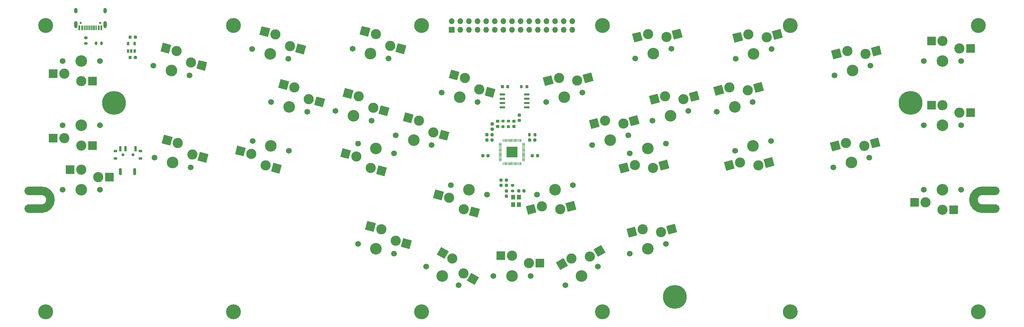
<source format=gbs>
%TF.GenerationSoftware,KiCad,Pcbnew,(5.1.10)-1*%
%TF.CreationDate,2022-02-26T14:39:07-08:00*%
%TF.ProjectId,keefighter,6b656566-6967-4687-9465-722e6b696361,rev?*%
%TF.SameCoordinates,Original*%
%TF.FileFunction,Soldermask,Bot*%
%TF.FilePolarity,Negative*%
%FSLAX46Y46*%
G04 Gerber Fmt 4.6, Leading zero omitted, Abs format (unit mm)*
G04 Created by KiCad (PCBNEW (5.1.10)-1) date 2022-02-26 14:39:07*
%MOMM*%
%LPD*%
G01*
G04 APERTURE LIST*
%ADD10C,2.501900*%
%ADD11C,7.001300*%
%ADD12C,7.000240*%
%ADD13C,1.000000*%
%ADD14C,4.400000*%
%ADD15R,0.600000X1.450000*%
%ADD16R,0.300000X1.450000*%
%ADD17C,0.650000*%
%ADD18O,1.000000X2.100000*%
%ADD19O,1.000000X1.600000*%
%ADD20R,1.700000X1.700000*%
%ADD21O,1.700000X1.700000*%
%ADD22C,0.100000*%
%ADD23C,3.000000*%
%ADD24C,3.429000*%
%ADD25C,1.701800*%
%ADD26R,2.600000X2.600000*%
%ADD27R,1.000000X0.800000*%
%ADD28R,0.700000X1.500000*%
%ADD29C,0.900000*%
%ADD30R,1.200000X1.400000*%
%ADD31R,0.650000X1.060000*%
G04 APERTURE END LIST*
D10*
X66517003Y-156267490D02*
X70317003Y-156267490D01*
X66517003Y-150965590D02*
X70317003Y-150965590D01*
X347717003Y-156267490D02*
X351567003Y-156267490D01*
X347717003Y-150965590D02*
X351517003Y-150965590D01*
X345066053Y-153616540D02*
G75*
G02*
X347717003Y-150965590I2650950J0D01*
G01*
X347717003Y-156267490D02*
G75*
G02*
X345066053Y-153616540I0J2650950D01*
G01*
X72967953Y-153616540D02*
G75*
G03*
X70317003Y-150965590I-2650950J0D01*
G01*
X70317003Y-156267490D02*
G75*
G03*
X72967953Y-153616540I0J2650950D01*
G01*
D11*
X91717003Y-125016540D03*
D12*
X257017003Y-182316540D03*
X326567003Y-125016540D03*
D13*
X91717003Y-122716540D03*
X89417003Y-125016540D03*
X94017003Y-125016540D03*
X91717003Y-127316540D03*
X90090657Y-123390194D03*
X93343349Y-123390194D03*
X90090657Y-126642886D03*
X93343349Y-126642886D03*
X326567003Y-122716540D03*
X326567003Y-127316540D03*
X327767003Y-127316540D03*
X325367003Y-127316540D03*
X325367003Y-122716540D03*
X327767003Y-122699540D03*
X257017003Y-180016540D03*
X257017003Y-184616540D03*
X258217003Y-180016540D03*
X255817003Y-180016540D03*
X255817003Y-184616540D03*
X258217003Y-184616540D03*
X72917003Y-153616540D03*
X70317003Y-151016540D03*
X70317003Y-156216540D03*
X72155481Y-151778062D03*
X72155481Y-155455018D03*
X68274968Y-151016540D03*
X68274968Y-156216540D03*
X345117003Y-153616540D03*
X345878525Y-151778062D03*
X347717003Y-151016540D03*
X349759038Y-151016540D03*
X349759038Y-156216540D03*
X347717003Y-156216540D03*
X345878525Y-155455018D03*
D14*
X346517237Y-186716430D03*
X291091534Y-186716431D03*
X235665831Y-186716431D03*
X182368175Y-186716430D03*
X126942325Y-186716430D03*
X71516476Y-186716430D03*
X71516510Y-102116490D03*
X126942343Y-102116303D03*
X182368175Y-102116115D03*
X235665898Y-102116115D03*
X291091450Y-102116403D03*
X346517003Y-102116691D03*
D15*
X87966904Y-102811690D03*
X81466904Y-102811690D03*
X87166904Y-102811690D03*
X82266904Y-102811690D03*
D16*
X82966904Y-102811690D03*
X86466904Y-102811690D03*
X83466904Y-102811690D03*
X85966904Y-102811690D03*
X83966904Y-102811690D03*
X85466904Y-102811690D03*
X84966904Y-102811690D03*
X84466904Y-102811690D03*
D17*
X87606904Y-101366690D03*
X81826904Y-101366690D03*
D18*
X80396904Y-101896690D03*
X89036904Y-101896690D03*
D19*
X80396904Y-97716690D03*
X89036904Y-97716690D03*
D20*
X191236854Y-103385684D03*
D21*
X191236854Y-100845684D03*
X193776854Y-103385684D03*
X193776854Y-100845684D03*
X196316854Y-103385684D03*
X196316854Y-100845684D03*
X198856854Y-103385684D03*
X198856854Y-100845684D03*
X201396854Y-103385684D03*
X201396854Y-100845684D03*
X203936854Y-103385684D03*
X203936854Y-100845684D03*
X206476854Y-103385684D03*
X206476854Y-100845684D03*
X209016854Y-103385684D03*
X209016854Y-100845684D03*
X211556854Y-103385684D03*
X211556854Y-100845684D03*
X214096854Y-103385684D03*
X214096854Y-100845684D03*
X216636854Y-103385684D03*
X216636854Y-100845684D03*
X219176854Y-103385684D03*
X219176854Y-100845684D03*
X221716854Y-103385684D03*
X221716854Y-100845684D03*
X224256854Y-103385684D03*
X224256854Y-100845684D03*
X226796854Y-103385684D03*
X226796854Y-100845684D03*
G36*
G01*
X93166904Y-146116690D02*
X93166904Y-144516690D01*
G75*
G02*
X93366904Y-144316690I200000J0D01*
G01*
X93766904Y-144316690D01*
G75*
G02*
X93966904Y-144516690I0J-200000D01*
G01*
X93966904Y-146116690D01*
G75*
G02*
X93766904Y-146316690I-200000J0D01*
G01*
X93366904Y-146316690D01*
G75*
G02*
X93166904Y-146116690I0J200000D01*
G01*
G37*
G36*
G01*
X97366904Y-146116690D02*
X97366904Y-144516690D01*
G75*
G02*
X97566904Y-144316690I200000J0D01*
G01*
X97966904Y-144316690D01*
G75*
G02*
X98166904Y-144516690I0J-200000D01*
G01*
X98166904Y-146116690D01*
G75*
G02*
X97966904Y-146316690I-200000J0D01*
G01*
X97566904Y-146316690D01*
G75*
G02*
X97366904Y-146116690I0J200000D01*
G01*
G37*
D22*
G36*
X213759847Y-158044684D02*
G01*
X213086918Y-155533277D01*
X215598325Y-154860348D01*
X216271254Y-157371755D01*
X213759847Y-158044684D01*
G37*
D23*
X223241524Y-156435826D03*
D24*
X221701551Y-150688567D03*
D23*
X217842493Y-155604884D03*
D22*
G36*
X225485692Y-157180361D02*
G01*
X224812763Y-154668954D01*
X227324170Y-153996025D01*
X227997099Y-156507432D01*
X225485692Y-157180361D01*
G37*
D25*
X227014143Y-149265062D03*
X216388959Y-152112072D03*
D22*
G36*
X282642892Y-118838134D02*
G01*
X283315821Y-121349541D01*
X280804414Y-122022470D01*
X280131485Y-119511063D01*
X282642892Y-118838134D01*
G37*
D23*
X273161215Y-120446992D03*
D24*
X274701188Y-126194251D03*
D23*
X278560246Y-121277934D03*
D22*
G36*
X270917047Y-119702457D02*
G01*
X271589976Y-122213864D01*
X269078569Y-122886793D01*
X268405640Y-120375386D01*
X270917047Y-119702457D01*
G37*
D25*
X269388596Y-127617756D03*
X280013780Y-124770746D03*
D22*
G36*
X263672663Y-121457917D02*
G01*
X264345592Y-123969324D01*
X261834185Y-124642253D01*
X261161256Y-122130846D01*
X263672663Y-121457917D01*
G37*
D23*
X254190986Y-123066775D03*
D24*
X255730959Y-128814034D03*
D23*
X259590017Y-123897717D03*
D22*
G36*
X251946818Y-122322240D02*
G01*
X252619747Y-124833647D01*
X250108340Y-125506576D01*
X249435411Y-122995169D01*
X251946818Y-122322240D01*
G37*
D25*
X250418367Y-130237539D03*
X261043551Y-127390529D03*
D22*
G36*
X245933612Y-128669512D02*
G01*
X246606541Y-131180919D01*
X244095134Y-131853848D01*
X243422205Y-129342441D01*
X245933612Y-128669512D01*
G37*
D23*
X236451935Y-130278370D03*
D24*
X237991908Y-136025629D03*
D23*
X241850966Y-131109312D03*
D22*
G36*
X234207767Y-129533835D02*
G01*
X234880696Y-132045242D01*
X232369289Y-132718171D01*
X231696360Y-130206764D01*
X234207767Y-129533835D01*
G37*
D25*
X232679316Y-137449134D03*
X243304500Y-134602124D03*
D22*
G36*
X190597874Y-133625896D02*
G01*
X189924945Y-136137303D01*
X187413538Y-135464374D01*
X188086467Y-132952967D01*
X190597874Y-133625896D01*
G37*
D23*
X181582071Y-130278370D03*
D24*
X180042098Y-136025629D03*
D23*
X185842299Y-133697502D03*
D22*
G36*
X180010832Y-128511499D02*
G01*
X179337903Y-131022906D01*
X176826496Y-130349977D01*
X177499425Y-127838570D01*
X180010832Y-128511499D01*
G37*
D25*
X174729506Y-134602124D03*
X185354690Y-137449134D03*
D22*
G36*
X172858823Y-126414301D02*
G01*
X172185894Y-128925708D01*
X169674487Y-128252779D01*
X170347416Y-125741372D01*
X172858823Y-126414301D01*
G37*
D23*
X163843020Y-123066775D03*
D24*
X162303047Y-128814034D03*
D23*
X168103248Y-126485907D03*
D22*
G36*
X162271781Y-121299904D02*
G01*
X161598852Y-123811311D01*
X159087445Y-123138382D01*
X159760374Y-120626975D01*
X162271781Y-121299904D01*
G37*
D25*
X156990455Y-127390529D03*
X167615639Y-130237539D03*
D22*
G36*
X153888594Y-123794518D02*
G01*
X153215665Y-126305925D01*
X150704258Y-125632996D01*
X151377187Y-123121589D01*
X153888594Y-123794518D01*
G37*
D23*
X144872791Y-120446992D03*
D24*
X143332818Y-126194251D03*
D23*
X149133019Y-123866124D03*
D22*
G36*
X143301552Y-118680121D02*
G01*
X142628623Y-121191528D01*
X140117216Y-120518599D01*
X140790145Y-118007192D01*
X143301552Y-118680121D01*
G37*
D25*
X138020226Y-124770746D03*
X148645410Y-127617756D03*
D26*
X327706469Y-154402224D03*
D23*
X335981469Y-156602224D03*
D24*
X335981469Y-150652224D03*
D23*
X330981469Y-154402224D03*
D26*
X339256469Y-156602224D03*
D25*
X341481469Y-150652224D03*
X330481469Y-150652224D03*
D22*
G36*
X257037427Y-160721853D02*
G01*
X257710356Y-163233260D01*
X255198949Y-163906189D01*
X254526020Y-161394782D01*
X257037427Y-160721853D01*
G37*
D23*
X247555750Y-162330711D03*
D24*
X249095723Y-168077970D03*
D23*
X252954781Y-163161653D03*
D22*
G36*
X245311582Y-161586176D02*
G01*
X245984511Y-164097583D01*
X243473104Y-164770512D01*
X242800175Y-162259105D01*
X245311582Y-161586176D01*
G37*
D25*
X243783131Y-169501475D03*
X254408315Y-166654465D03*
D22*
G36*
X235315558Y-166960284D02*
G01*
X236615558Y-169211950D01*
X234363892Y-170511950D01*
X233063892Y-168260284D01*
X235315558Y-166960284D01*
G37*
D23*
X226573365Y-170968361D03*
D24*
X229548365Y-176121212D03*
D23*
X232003492Y-170373617D03*
D22*
G36*
X224212965Y-170830028D02*
G01*
X225512965Y-173081694D01*
X223261299Y-174381694D01*
X221961299Y-172130028D01*
X224212965Y-170830028D01*
G37*
D25*
X224785225Y-178871212D03*
X234311505Y-173371212D03*
D26*
X217291703Y-172371651D03*
D23*
X209016703Y-170171651D03*
D24*
X209016703Y-176121651D03*
D23*
X214016703Y-172371651D03*
D26*
X205741703Y-170171651D03*
D25*
X203516703Y-176121651D03*
X214516703Y-176121651D03*
D22*
G36*
X199302234Y-176535430D02*
G01*
X198002234Y-178787096D01*
X195750568Y-177487096D01*
X197050568Y-175235430D01*
X199302234Y-176535430D01*
G37*
D23*
X191460041Y-170968507D03*
D24*
X188485041Y-176121358D03*
D23*
X194690168Y-175373763D03*
D22*
G36*
X190399641Y-168855174D02*
G01*
X189099641Y-171106840D01*
X186847975Y-169806840D01*
X188147975Y-167555174D01*
X190399641Y-168855174D01*
G37*
D25*
X183721901Y-173371358D03*
X193248181Y-178871358D03*
D22*
G36*
X179494059Y-165678237D02*
G01*
X178821130Y-168189644D01*
X176309723Y-167516715D01*
X176982652Y-165005308D01*
X179494059Y-165678237D01*
G37*
D23*
X170478256Y-162330711D03*
D24*
X168938283Y-168077970D03*
D23*
X174738484Y-165749843D03*
D22*
G36*
X168907017Y-160563840D02*
G01*
X168234088Y-163075247D01*
X165722681Y-162402318D01*
X166395610Y-159890911D01*
X168907017Y-160563840D01*
G37*
D25*
X163625691Y-166654465D03*
X174250875Y-169501475D03*
D26*
X90327044Y-146902024D03*
D23*
X82052044Y-144702024D03*
D24*
X82052044Y-150652024D03*
D23*
X87052044Y-146902024D03*
D26*
X78777044Y-144702024D03*
D25*
X76552044Y-150652024D03*
X87552044Y-150652024D03*
D26*
X344256469Y-127902224D03*
D23*
X335981469Y-125702224D03*
D24*
X335981469Y-131652224D03*
D23*
X340981469Y-127902224D03*
D26*
X332706469Y-125702224D03*
D25*
X330481469Y-131652224D03*
X341481469Y-131652224D03*
D22*
G36*
X317012780Y-135242588D02*
G01*
X317685709Y-137753995D01*
X315174302Y-138426924D01*
X314501373Y-135915517D01*
X317012780Y-135242588D01*
G37*
D23*
X307531103Y-136851446D03*
D24*
X309071076Y-142598705D03*
D23*
X312930134Y-137682388D03*
D22*
G36*
X305286935Y-136106911D02*
G01*
X305959864Y-138618318D01*
X303448457Y-139291247D01*
X302775528Y-136779840D01*
X305286935Y-136106911D01*
G37*
D25*
X303758484Y-144022210D03*
X314383668Y-141175200D03*
D22*
G36*
X272157714Y-145080007D02*
G01*
X271484785Y-142568600D01*
X273996192Y-141895671D01*
X274669121Y-144407078D01*
X272157714Y-145080007D01*
G37*
D23*
X281639391Y-143471149D03*
D24*
X280099418Y-137723890D03*
D23*
X276240360Y-142640207D03*
D22*
G36*
X283883559Y-144215684D02*
G01*
X283210630Y-141704277D01*
X285722037Y-141031348D01*
X286394966Y-143542755D01*
X283883559Y-144215684D01*
G37*
D25*
X285412010Y-136300385D03*
X274786826Y-139147395D03*
D22*
G36*
X241157769Y-145839226D02*
G01*
X240484840Y-143327819D01*
X242996247Y-142654890D01*
X243669176Y-145166297D01*
X241157769Y-145839226D01*
G37*
D23*
X250639446Y-144230368D03*
D24*
X249099473Y-138483109D03*
D23*
X245240415Y-143399426D03*
D22*
G36*
X252883614Y-144974903D02*
G01*
X252210685Y-142463496D01*
X254722092Y-141790567D01*
X255395021Y-144301974D01*
X252883614Y-144974903D01*
G37*
D25*
X254412065Y-137059604D03*
X243786881Y-139906614D03*
D22*
G36*
X185776679Y-153088300D02*
G01*
X186449608Y-150576893D01*
X188961015Y-151249822D01*
X188288086Y-153761229D01*
X185776679Y-153088300D01*
G37*
D23*
X194792482Y-156435826D03*
D24*
X196332455Y-150688567D03*
D23*
X190532254Y-153016694D03*
D22*
G36*
X196363721Y-158202697D02*
G01*
X197036650Y-155691290D01*
X199548057Y-156364219D01*
X198875128Y-158875626D01*
X196363721Y-158202697D01*
G37*
D25*
X201645047Y-152112072D03*
X191019863Y-149265062D03*
D22*
G36*
X158378757Y-140882842D02*
G01*
X159051686Y-138371435D01*
X161563093Y-139044364D01*
X160890164Y-141555771D01*
X158378757Y-140882842D01*
G37*
D23*
X167394560Y-144230368D03*
D24*
X168934533Y-138483109D03*
D23*
X163134332Y-140811236D03*
D22*
G36*
X168965799Y-145997239D02*
G01*
X169638728Y-143485832D01*
X172150135Y-144158761D01*
X171477206Y-146670168D01*
X168965799Y-145997239D01*
G37*
D25*
X174247125Y-139906614D03*
X163621941Y-137059604D03*
D22*
G36*
X127378812Y-140123623D02*
G01*
X128051741Y-137612216D01*
X130563148Y-138285145D01*
X129890219Y-140796552D01*
X127378812Y-140123623D01*
G37*
D23*
X136394615Y-143471149D03*
D24*
X137934588Y-137723890D03*
D23*
X132134387Y-140052017D03*
D22*
G36*
X137965854Y-145238020D02*
G01*
X138638783Y-142726613D01*
X141150190Y-143399542D01*
X140477261Y-145910949D01*
X137965854Y-145238020D01*
G37*
D25*
X143247180Y-139147395D03*
X132621996Y-136300385D03*
D22*
G36*
X119518706Y-140198972D02*
G01*
X118845777Y-142710379D01*
X116334370Y-142037450D01*
X117007299Y-139526043D01*
X119518706Y-140198972D01*
G37*
D23*
X110502903Y-136851446D03*
D24*
X108962930Y-142598705D03*
D23*
X114763131Y-140270578D03*
D22*
G36*
X108931664Y-135084575D02*
G01*
X108258735Y-137595982D01*
X105747328Y-136923053D01*
X106420257Y-134411646D01*
X108931664Y-135084575D01*
G37*
D25*
X103650338Y-141175200D03*
X114275522Y-144022210D03*
D26*
X73777044Y-135402024D03*
D23*
X82052044Y-137602024D03*
D24*
X82052044Y-131652024D03*
D23*
X77052044Y-135402024D03*
D26*
X85327044Y-137602024D03*
D25*
X87552044Y-131652024D03*
X76552044Y-131652024D03*
D26*
X344256469Y-108902224D03*
D23*
X335981469Y-106702224D03*
D24*
X335981469Y-112652224D03*
D23*
X340981469Y-108902224D03*
D26*
X332706469Y-106702224D03*
D25*
X330481469Y-112652224D03*
X341481469Y-112652224D03*
D22*
G36*
X317371769Y-108069026D02*
G01*
X318044698Y-110580433D01*
X315533291Y-111253362D01*
X314860362Y-108741955D01*
X317371769Y-108069026D01*
G37*
D23*
X307890092Y-109677884D03*
D24*
X309430065Y-115425143D03*
D23*
X313289123Y-110508826D03*
D22*
G36*
X305645924Y-108933349D02*
G01*
X306318853Y-111444756D01*
X303807446Y-112117685D01*
X303134517Y-109606278D01*
X305645924Y-108933349D01*
G37*
D25*
X304117473Y-116848648D03*
X314742657Y-114001638D03*
D22*
G36*
X288210459Y-103192313D02*
G01*
X288883388Y-105703720D01*
X286371981Y-106376649D01*
X285699052Y-103865242D01*
X288210459Y-103192313D01*
G37*
D23*
X278728782Y-104801171D03*
D24*
X280268755Y-110548430D03*
D23*
X284127813Y-105632113D03*
D22*
G36*
X276484614Y-104056636D02*
G01*
X277157543Y-106568043D01*
X274646136Y-107240972D01*
X273973207Y-104729565D01*
X276484614Y-104056636D01*
G37*
D25*
X274956163Y-111971935D03*
X285581347Y-109124925D03*
D22*
G36*
X258648273Y-103105806D02*
G01*
X259321202Y-105617213D01*
X256809795Y-106290142D01*
X256136866Y-103778735D01*
X258648273Y-103105806D01*
G37*
D23*
X249166596Y-104714664D03*
D24*
X250706569Y-110461923D03*
D23*
X254565627Y-105545606D03*
D22*
G36*
X246922428Y-103970129D02*
G01*
X247595357Y-106481536D01*
X245083950Y-107154465D01*
X244411021Y-104643058D01*
X246922428Y-103970129D01*
G37*
D25*
X245393977Y-111885428D03*
X256019161Y-109038418D03*
D22*
G36*
X232370481Y-115997004D02*
G01*
X233043410Y-118508411D01*
X230532003Y-119181340D01*
X229859074Y-116669933D01*
X232370481Y-115997004D01*
G37*
D23*
X222888804Y-117605862D03*
D24*
X224428777Y-123353121D03*
D23*
X228287835Y-118436804D03*
D22*
G36*
X220644636Y-116861327D02*
G01*
X221317565Y-119372734D01*
X218806158Y-120045663D01*
X218133229Y-117534256D01*
X220644636Y-116861327D01*
G37*
D25*
X219116185Y-124776626D03*
X229741369Y-121929616D03*
D22*
G36*
X204161005Y-120953388D02*
G01*
X203488076Y-123464795D01*
X200976669Y-122791866D01*
X201649598Y-120280459D01*
X204161005Y-120953388D01*
G37*
D23*
X195145202Y-117605862D03*
D24*
X193605229Y-123353121D03*
D23*
X199405430Y-121024994D03*
D22*
G36*
X193573963Y-115838991D02*
G01*
X192901034Y-118350398D01*
X190389627Y-117677469D01*
X191062556Y-115166062D01*
X193573963Y-115838991D01*
G37*
D25*
X188292637Y-121929616D03*
X198917821Y-124776626D03*
D22*
G36*
X177883213Y-108062190D02*
G01*
X177210284Y-110573597D01*
X174698877Y-109900668D01*
X175371806Y-107389261D01*
X177883213Y-108062190D01*
G37*
D23*
X168867410Y-104714664D03*
D24*
X167327437Y-110461923D03*
D23*
X173127638Y-108133796D03*
D22*
G36*
X167296171Y-102947793D02*
G01*
X166623242Y-105459200D01*
X164111835Y-104786271D01*
X164784764Y-102274864D01*
X167296171Y-102947793D01*
G37*
D25*
X162014845Y-109038418D03*
X172640029Y-111885428D03*
D22*
G36*
X148321027Y-108148697D02*
G01*
X147648098Y-110660104D01*
X145136691Y-109987175D01*
X145809620Y-107475768D01*
X148321027Y-108148697D01*
G37*
D23*
X139305224Y-104801171D03*
D24*
X137765251Y-110548430D03*
D23*
X143565452Y-108220303D03*
D22*
G36*
X137733985Y-103034300D02*
G01*
X137061056Y-105545707D01*
X134549649Y-104872778D01*
X135222578Y-102361371D01*
X137733985Y-103034300D01*
G37*
D25*
X132452659Y-109124925D03*
X143077843Y-111971935D03*
D22*
G36*
X119159717Y-113025410D02*
G01*
X118486788Y-115536817D01*
X115975381Y-114863888D01*
X116648310Y-112352481D01*
X119159717Y-113025410D01*
G37*
D23*
X110143914Y-109677884D03*
D24*
X108603941Y-115425143D03*
D23*
X114404142Y-113097016D03*
D22*
G36*
X108572675Y-107911013D02*
G01*
X107899746Y-110422420D01*
X105388339Y-109749491D01*
X106061268Y-107238084D01*
X108572675Y-107911013D01*
G37*
D25*
X103291349Y-114001638D03*
X113916533Y-116848648D03*
D26*
X73777044Y-116402024D03*
D23*
X82052044Y-118602024D03*
D24*
X82052044Y-112652024D03*
D23*
X77052044Y-116402024D03*
D26*
X85327044Y-118602024D03*
D25*
X87552044Y-112652024D03*
X76552044Y-112652024D03*
G36*
G01*
X83125000Y-107025000D02*
X83675000Y-107025000D01*
G75*
G02*
X83875000Y-107225000I0J-200000D01*
G01*
X83875000Y-107625000D01*
G75*
G02*
X83675000Y-107825000I-200000J0D01*
G01*
X83125000Y-107825000D01*
G75*
G02*
X82925000Y-107625000I0J200000D01*
G01*
X82925000Y-107225000D01*
G75*
G02*
X83125000Y-107025000I200000J0D01*
G01*
G37*
G36*
G01*
X83125000Y-105375000D02*
X83675000Y-105375000D01*
G75*
G02*
X83875000Y-105575000I0J-200000D01*
G01*
X83875000Y-105975000D01*
G75*
G02*
X83675000Y-106175000I-200000J0D01*
G01*
X83125000Y-106175000D01*
G75*
G02*
X82925000Y-105975000I0J200000D01*
G01*
X82925000Y-105575000D01*
G75*
G02*
X83125000Y-105375000I200000J0D01*
G01*
G37*
G36*
G01*
X87625000Y-107675000D02*
X87625000Y-107125000D01*
G75*
G02*
X87825000Y-106925000I200000J0D01*
G01*
X88225000Y-106925000D01*
G75*
G02*
X88425000Y-107125000I0J-200000D01*
G01*
X88425000Y-107675000D01*
G75*
G02*
X88225000Y-107875000I-200000J0D01*
G01*
X87825000Y-107875000D01*
G75*
G02*
X87625000Y-107675000I0J200000D01*
G01*
G37*
G36*
G01*
X85975000Y-107675000D02*
X85975000Y-107125000D01*
G75*
G02*
X86175000Y-106925000I200000J0D01*
G01*
X86575000Y-106925000D01*
G75*
G02*
X86775000Y-107125000I0J-200000D01*
G01*
X86775000Y-107675000D01*
G75*
G02*
X86575000Y-107875000I-200000J0D01*
G01*
X86175000Y-107875000D01*
G75*
G02*
X85975000Y-107675000I0J200000D01*
G01*
G37*
G36*
G01*
X209475000Y-149775000D02*
X208925000Y-149775000D01*
G75*
G02*
X208725000Y-149575000I0J200000D01*
G01*
X208725000Y-149175000D01*
G75*
G02*
X208925000Y-148975000I200000J0D01*
G01*
X209475000Y-148975000D01*
G75*
G02*
X209675000Y-149175000I0J-200000D01*
G01*
X209675000Y-149575000D01*
G75*
G02*
X209475000Y-149775000I-200000J0D01*
G01*
G37*
G36*
G01*
X209475000Y-151425000D02*
X208925000Y-151425000D01*
G75*
G02*
X208725000Y-151225000I0J200000D01*
G01*
X208725000Y-150825000D01*
G75*
G02*
X208925000Y-150625000I200000J0D01*
G01*
X209475000Y-150625000D01*
G75*
G02*
X209675000Y-150825000I0J-200000D01*
G01*
X209675000Y-151225000D01*
G75*
G02*
X209475000Y-151425000I-200000J0D01*
G01*
G37*
G36*
G01*
X206125000Y-131625000D02*
X206675000Y-131625000D01*
G75*
G02*
X206875000Y-131825000I0J-200000D01*
G01*
X206875000Y-132225000D01*
G75*
G02*
X206675000Y-132425000I-200000J0D01*
G01*
X206125000Y-132425000D01*
G75*
G02*
X205925000Y-132225000I0J200000D01*
G01*
X205925000Y-131825000D01*
G75*
G02*
X206125000Y-131625000I200000J0D01*
G01*
G37*
G36*
G01*
X206125000Y-129975000D02*
X206675000Y-129975000D01*
G75*
G02*
X206875000Y-130175000I0J-200000D01*
G01*
X206875000Y-130575000D01*
G75*
G02*
X206675000Y-130775000I-200000J0D01*
G01*
X206125000Y-130775000D01*
G75*
G02*
X205925000Y-130575000I0J200000D01*
G01*
X205925000Y-130175000D01*
G75*
G02*
X206125000Y-129975000I200000J0D01*
G01*
G37*
G36*
G01*
X207725000Y-131625000D02*
X208275000Y-131625000D01*
G75*
G02*
X208475000Y-131825000I0J-200000D01*
G01*
X208475000Y-132225000D01*
G75*
G02*
X208275000Y-132425000I-200000J0D01*
G01*
X207725000Y-132425000D01*
G75*
G02*
X207525000Y-132225000I0J200000D01*
G01*
X207525000Y-131825000D01*
G75*
G02*
X207725000Y-131625000I200000J0D01*
G01*
G37*
G36*
G01*
X207725000Y-129975000D02*
X208275000Y-129975000D01*
G75*
G02*
X208475000Y-130175000I0J-200000D01*
G01*
X208475000Y-130575000D01*
G75*
G02*
X208275000Y-130775000I-200000J0D01*
G01*
X207725000Y-130775000D01*
G75*
G02*
X207525000Y-130575000I0J200000D01*
G01*
X207525000Y-130175000D01*
G75*
G02*
X207725000Y-129975000I200000J0D01*
G01*
G37*
G36*
G01*
X213025000Y-120475000D02*
X213025000Y-119925000D01*
G75*
G02*
X213225000Y-119725000I200000J0D01*
G01*
X213625000Y-119725000D01*
G75*
G02*
X213825000Y-119925000I0J-200000D01*
G01*
X213825000Y-120475000D01*
G75*
G02*
X213625000Y-120675000I-200000J0D01*
G01*
X213225000Y-120675000D01*
G75*
G02*
X213025000Y-120475000I0J200000D01*
G01*
G37*
G36*
G01*
X211375000Y-120475000D02*
X211375000Y-119925000D01*
G75*
G02*
X211575000Y-119725000I200000J0D01*
G01*
X211975000Y-119725000D01*
G75*
G02*
X212175000Y-119925000I0J-200000D01*
G01*
X212175000Y-120475000D01*
G75*
G02*
X211975000Y-120675000I-200000J0D01*
G01*
X211575000Y-120675000D01*
G75*
G02*
X211375000Y-120475000I0J200000D01*
G01*
G37*
G36*
G01*
X215425000Y-134675000D02*
X215425000Y-134125000D01*
G75*
G02*
X215625000Y-133925000I200000J0D01*
G01*
X216025000Y-133925000D01*
G75*
G02*
X216225000Y-134125000I0J-200000D01*
G01*
X216225000Y-134675000D01*
G75*
G02*
X216025000Y-134875000I-200000J0D01*
G01*
X215625000Y-134875000D01*
G75*
G02*
X215425000Y-134675000I0J200000D01*
G01*
G37*
G36*
G01*
X213775000Y-134675000D02*
X213775000Y-134125000D01*
G75*
G02*
X213975000Y-133925000I200000J0D01*
G01*
X214375000Y-133925000D01*
G75*
G02*
X214575000Y-134125000I0J-200000D01*
G01*
X214575000Y-134675000D01*
G75*
G02*
X214375000Y-134875000I-200000J0D01*
G01*
X213975000Y-134875000D01*
G75*
G02*
X213775000Y-134675000I0J200000D01*
G01*
G37*
G36*
G01*
X202075000Y-134150000D02*
X202075000Y-134650000D01*
G75*
G02*
X201850000Y-134875000I-225000J0D01*
G01*
X201400000Y-134875000D01*
G75*
G02*
X201175000Y-134650000I0J225000D01*
G01*
X201175000Y-134150000D01*
G75*
G02*
X201400000Y-133925000I225000J0D01*
G01*
X201850000Y-133925000D01*
G75*
G02*
X202075000Y-134150000I0J-225000D01*
G01*
G37*
G36*
G01*
X203625000Y-134150000D02*
X203625000Y-134650000D01*
G75*
G02*
X203400000Y-134875000I-225000J0D01*
G01*
X202950000Y-134875000D01*
G75*
G02*
X202725000Y-134650000I0J225000D01*
G01*
X202725000Y-134150000D01*
G75*
G02*
X202950000Y-133925000I225000J0D01*
G01*
X203400000Y-133925000D01*
G75*
G02*
X203625000Y-134150000I0J-225000D01*
G01*
G37*
G36*
G01*
X202075000Y-135750000D02*
X202075000Y-136250000D01*
G75*
G02*
X201850000Y-136475000I-225000J0D01*
G01*
X201400000Y-136475000D01*
G75*
G02*
X201175000Y-136250000I0J225000D01*
G01*
X201175000Y-135750000D01*
G75*
G02*
X201400000Y-135525000I225000J0D01*
G01*
X201850000Y-135525000D01*
G75*
G02*
X202075000Y-135750000I0J-225000D01*
G01*
G37*
G36*
G01*
X203625000Y-135750000D02*
X203625000Y-136250000D01*
G75*
G02*
X203400000Y-136475000I-225000J0D01*
G01*
X202950000Y-136475000D01*
G75*
G02*
X202725000Y-136250000I0J225000D01*
G01*
X202725000Y-135750000D01*
G75*
G02*
X202950000Y-135525000I225000J0D01*
G01*
X203400000Y-135525000D01*
G75*
G02*
X203625000Y-135750000I0J-225000D01*
G01*
G37*
G36*
G01*
X207150000Y-148925000D02*
X207650000Y-148925000D01*
G75*
G02*
X207875000Y-149150000I0J-225000D01*
G01*
X207875000Y-149600000D01*
G75*
G02*
X207650000Y-149825000I-225000J0D01*
G01*
X207150000Y-149825000D01*
G75*
G02*
X206925000Y-149600000I0J225000D01*
G01*
X206925000Y-149150000D01*
G75*
G02*
X207150000Y-148925000I225000J0D01*
G01*
G37*
G36*
G01*
X207150000Y-147375000D02*
X207650000Y-147375000D01*
G75*
G02*
X207875000Y-147600000I0J-225000D01*
G01*
X207875000Y-148050000D01*
G75*
G02*
X207650000Y-148275000I-225000J0D01*
G01*
X207150000Y-148275000D01*
G75*
G02*
X206925000Y-148050000I0J225000D01*
G01*
X206925000Y-147600000D01*
G75*
G02*
X207150000Y-147375000I225000J0D01*
G01*
G37*
G36*
G01*
X216125000Y-140850000D02*
X216125000Y-140350000D01*
G75*
G02*
X216350000Y-140125000I225000J0D01*
G01*
X216800000Y-140125000D01*
G75*
G02*
X217025000Y-140350000I0J-225000D01*
G01*
X217025000Y-140850000D01*
G75*
G02*
X216800000Y-141075000I-225000J0D01*
G01*
X216350000Y-141075000D01*
G75*
G02*
X216125000Y-140850000I0J225000D01*
G01*
G37*
G36*
G01*
X214575000Y-140850000D02*
X214575000Y-140350000D01*
G75*
G02*
X214800000Y-140125000I225000J0D01*
G01*
X215250000Y-140125000D01*
G75*
G02*
X215475000Y-140350000I0J-225000D01*
G01*
X215475000Y-140850000D01*
G75*
G02*
X215250000Y-141075000I-225000J0D01*
G01*
X214800000Y-141075000D01*
G75*
G02*
X214575000Y-140850000I0J225000D01*
G01*
G37*
G36*
G01*
X200875000Y-140350000D02*
X200875000Y-140850000D01*
G75*
G02*
X200650000Y-141075000I-225000J0D01*
G01*
X200200000Y-141075000D01*
G75*
G02*
X199975000Y-140850000I0J225000D01*
G01*
X199975000Y-140350000D01*
G75*
G02*
X200200000Y-140125000I225000J0D01*
G01*
X200650000Y-140125000D01*
G75*
G02*
X200875000Y-140350000I0J-225000D01*
G01*
G37*
G36*
G01*
X202425000Y-140350000D02*
X202425000Y-140850000D01*
G75*
G02*
X202200000Y-141075000I-225000J0D01*
G01*
X201750000Y-141075000D01*
G75*
G02*
X201525000Y-140850000I0J225000D01*
G01*
X201525000Y-140350000D01*
G75*
G02*
X201750000Y-140125000I225000J0D01*
G01*
X202200000Y-140125000D01*
G75*
G02*
X202425000Y-140350000I0J-225000D01*
G01*
G37*
G36*
G01*
X215325000Y-136250000D02*
X215325000Y-135750000D01*
G75*
G02*
X215550000Y-135525000I225000J0D01*
G01*
X216000000Y-135525000D01*
G75*
G02*
X216225000Y-135750000I0J-225000D01*
G01*
X216225000Y-136250000D01*
G75*
G02*
X216000000Y-136475000I-225000J0D01*
G01*
X215550000Y-136475000D01*
G75*
G02*
X215325000Y-136250000I0J225000D01*
G01*
G37*
G36*
G01*
X213775000Y-136250000D02*
X213775000Y-135750000D01*
G75*
G02*
X214000000Y-135525000I225000J0D01*
G01*
X214450000Y-135525000D01*
G75*
G02*
X214675000Y-135750000I0J-225000D01*
G01*
X214675000Y-136250000D01*
G75*
G02*
X214450000Y-136475000I-225000J0D01*
G01*
X214000000Y-136475000D01*
G75*
G02*
X213775000Y-136250000I0J225000D01*
G01*
G37*
G36*
G01*
X203450000Y-131675000D02*
X202950000Y-131675000D01*
G75*
G02*
X202725000Y-131450000I0J225000D01*
G01*
X202725000Y-131000000D01*
G75*
G02*
X202950000Y-130775000I225000J0D01*
G01*
X203450000Y-130775000D01*
G75*
G02*
X203675000Y-131000000I0J-225000D01*
G01*
X203675000Y-131450000D01*
G75*
G02*
X203450000Y-131675000I-225000J0D01*
G01*
G37*
G36*
G01*
X203450000Y-133225000D02*
X202950000Y-133225000D01*
G75*
G02*
X202725000Y-133000000I0J225000D01*
G01*
X202725000Y-132550000D01*
G75*
G02*
X202950000Y-132325000I225000J0D01*
G01*
X203450000Y-132325000D01*
G75*
G02*
X203675000Y-132550000I0J-225000D01*
G01*
X203675000Y-133000000D01*
G75*
G02*
X203450000Y-133225000I-225000J0D01*
G01*
G37*
G36*
G01*
X209850000Y-130875000D02*
X209350000Y-130875000D01*
G75*
G02*
X209125000Y-130650000I0J225000D01*
G01*
X209125000Y-130200000D01*
G75*
G02*
X209350000Y-129975000I225000J0D01*
G01*
X209850000Y-129975000D01*
G75*
G02*
X210075000Y-130200000I0J-225000D01*
G01*
X210075000Y-130650000D01*
G75*
G02*
X209850000Y-130875000I-225000J0D01*
G01*
G37*
G36*
G01*
X209850000Y-132425000D02*
X209350000Y-132425000D01*
G75*
G02*
X209125000Y-132200000I0J225000D01*
G01*
X209125000Y-131750000D01*
G75*
G02*
X209350000Y-131525000I225000J0D01*
G01*
X209850000Y-131525000D01*
G75*
G02*
X210075000Y-131750000I0J-225000D01*
G01*
X210075000Y-132200000D01*
G75*
G02*
X209850000Y-132425000I-225000J0D01*
G01*
G37*
G36*
G01*
X205050000Y-130875000D02*
X204550000Y-130875000D01*
G75*
G02*
X204325000Y-130650000I0J225000D01*
G01*
X204325000Y-130200000D01*
G75*
G02*
X204550000Y-129975000I225000J0D01*
G01*
X205050000Y-129975000D01*
G75*
G02*
X205275000Y-130200000I0J-225000D01*
G01*
X205275000Y-130650000D01*
G75*
G02*
X205050000Y-130875000I-225000J0D01*
G01*
G37*
G36*
G01*
X205050000Y-132425000D02*
X204550000Y-132425000D01*
G75*
G02*
X204325000Y-132200000I0J225000D01*
G01*
X204325000Y-131750000D01*
G75*
G02*
X204550000Y-131525000I225000J0D01*
G01*
X205050000Y-131525000D01*
G75*
G02*
X205275000Y-131750000I0J-225000D01*
G01*
X205275000Y-132200000D01*
G75*
G02*
X205050000Y-132425000I-225000J0D01*
G01*
G37*
G36*
G01*
X205550000Y-148925000D02*
X206050000Y-148925000D01*
G75*
G02*
X206275000Y-149150000I0J-225000D01*
G01*
X206275000Y-149600000D01*
G75*
G02*
X206050000Y-149825000I-225000J0D01*
G01*
X205550000Y-149825000D01*
G75*
G02*
X205325000Y-149600000I0J225000D01*
G01*
X205325000Y-149150000D01*
G75*
G02*
X205550000Y-148925000I225000J0D01*
G01*
G37*
G36*
G01*
X205550000Y-147375000D02*
X206050000Y-147375000D01*
G75*
G02*
X206275000Y-147600000I0J-225000D01*
G01*
X206275000Y-148050000D01*
G75*
G02*
X206050000Y-148275000I-225000J0D01*
G01*
X205550000Y-148275000D01*
G75*
G02*
X205325000Y-148050000I0J225000D01*
G01*
X205325000Y-147600000D01*
G75*
G02*
X205550000Y-147375000I225000J0D01*
G01*
G37*
G36*
G01*
X211450000Y-129075000D02*
X210950000Y-129075000D01*
G75*
G02*
X210725000Y-128850000I0J225000D01*
G01*
X210725000Y-128400000D01*
G75*
G02*
X210950000Y-128175000I225000J0D01*
G01*
X211450000Y-128175000D01*
G75*
G02*
X211675000Y-128400000I0J-225000D01*
G01*
X211675000Y-128850000D01*
G75*
G02*
X211450000Y-129075000I-225000J0D01*
G01*
G37*
G36*
G01*
X211450000Y-130625000D02*
X210950000Y-130625000D01*
G75*
G02*
X210725000Y-130400000I0J225000D01*
G01*
X210725000Y-129950000D01*
G75*
G02*
X210950000Y-129725000I225000J0D01*
G01*
X211450000Y-129725000D01*
G75*
G02*
X211675000Y-129950000I0J-225000D01*
G01*
X211675000Y-130400000D01*
G75*
G02*
X211450000Y-130625000I-225000J0D01*
G01*
G37*
G36*
G01*
X207325000Y-120450000D02*
X207325000Y-119950000D01*
G75*
G02*
X207550000Y-119725000I225000J0D01*
G01*
X208000000Y-119725000D01*
G75*
G02*
X208225000Y-119950000I0J-225000D01*
G01*
X208225000Y-120450000D01*
G75*
G02*
X208000000Y-120675000I-225000J0D01*
G01*
X207550000Y-120675000D01*
G75*
G02*
X207325000Y-120450000I0J225000D01*
G01*
G37*
G36*
G01*
X205775000Y-120450000D02*
X205775000Y-119950000D01*
G75*
G02*
X206000000Y-119725000I225000J0D01*
G01*
X206450000Y-119725000D01*
G75*
G02*
X206675000Y-119950000I0J-225000D01*
G01*
X206675000Y-120450000D01*
G75*
G02*
X206450000Y-120675000I-225000J0D01*
G01*
X206000000Y-120675000D01*
G75*
G02*
X205775000Y-120450000I0J225000D01*
G01*
G37*
G36*
G01*
X96875000Y-105350000D02*
X96875000Y-105850000D01*
G75*
G02*
X96650000Y-106075000I-225000J0D01*
G01*
X96200000Y-106075000D01*
G75*
G02*
X95975000Y-105850000I0J225000D01*
G01*
X95975000Y-105350000D01*
G75*
G02*
X96200000Y-105125000I225000J0D01*
G01*
X96650000Y-105125000D01*
G75*
G02*
X96875000Y-105350000I0J-225000D01*
G01*
G37*
G36*
G01*
X98425000Y-105350000D02*
X98425000Y-105850000D01*
G75*
G02*
X98200000Y-106075000I-225000J0D01*
G01*
X97750000Y-106075000D01*
G75*
G02*
X97525000Y-105850000I0J225000D01*
G01*
X97525000Y-105350000D01*
G75*
G02*
X97750000Y-105125000I225000J0D01*
G01*
X98200000Y-105125000D01*
G75*
G02*
X98425000Y-105350000I0J-225000D01*
G01*
G37*
G36*
G01*
X207150000Y-152125000D02*
X207650000Y-152125000D01*
G75*
G02*
X207875000Y-152350000I0J-225000D01*
G01*
X207875000Y-152800000D01*
G75*
G02*
X207650000Y-153025000I-225000J0D01*
G01*
X207150000Y-153025000D01*
G75*
G02*
X206925000Y-152800000I0J225000D01*
G01*
X206925000Y-152350000D01*
G75*
G02*
X207150000Y-152125000I225000J0D01*
G01*
G37*
G36*
G01*
X207150000Y-150575000D02*
X207650000Y-150575000D01*
G75*
G02*
X207875000Y-150800000I0J-225000D01*
G01*
X207875000Y-151250000D01*
G75*
G02*
X207650000Y-151475000I-225000J0D01*
G01*
X207150000Y-151475000D01*
G75*
G02*
X206925000Y-151250000I0J225000D01*
G01*
X206925000Y-150800000D01*
G75*
G02*
X207150000Y-150575000I225000J0D01*
G01*
G37*
G36*
G01*
X211475000Y-150750000D02*
X211475000Y-151250000D01*
G75*
G02*
X211250000Y-151475000I-225000J0D01*
G01*
X210800000Y-151475000D01*
G75*
G02*
X210575000Y-151250000I0J225000D01*
G01*
X210575000Y-150750000D01*
G75*
G02*
X210800000Y-150525000I225000J0D01*
G01*
X211250000Y-150525000D01*
G75*
G02*
X211475000Y-150750000I0J-225000D01*
G01*
G37*
G36*
G01*
X213025000Y-150750000D02*
X213025000Y-151250000D01*
G75*
G02*
X212800000Y-151475000I-225000J0D01*
G01*
X212350000Y-151475000D01*
G75*
G02*
X212125000Y-151250000I0J225000D01*
G01*
X212125000Y-150750000D01*
G75*
G02*
X212350000Y-150525000I225000J0D01*
G01*
X212800000Y-150525000D01*
G75*
G02*
X213025000Y-150750000I0J-225000D01*
G01*
G37*
G36*
G01*
X96875000Y-111350000D02*
X96875000Y-111850000D01*
G75*
G02*
X96650000Y-112075000I-225000J0D01*
G01*
X96200000Y-112075000D01*
G75*
G02*
X95975000Y-111850000I0J225000D01*
G01*
X95975000Y-111350000D01*
G75*
G02*
X96200000Y-111125000I225000J0D01*
G01*
X96650000Y-111125000D01*
G75*
G02*
X96875000Y-111350000I0J-225000D01*
G01*
G37*
G36*
G01*
X98425000Y-111350000D02*
X98425000Y-111850000D01*
G75*
G02*
X98200000Y-112075000I-225000J0D01*
G01*
X97750000Y-112075000D01*
G75*
G02*
X97525000Y-111850000I0J225000D01*
G01*
X97525000Y-111350000D01*
G75*
G02*
X97750000Y-111125000I225000J0D01*
G01*
X98200000Y-111125000D01*
G75*
G02*
X98425000Y-111350000I0J-225000D01*
G01*
G37*
D27*
X99450000Y-139220000D03*
X92150000Y-139220000D03*
X92150000Y-141430000D03*
X99450000Y-141430000D03*
D28*
X93550000Y-138570000D03*
X95050000Y-138570000D03*
X98050000Y-138570000D03*
D29*
X94300000Y-140330000D03*
X97300000Y-140330000D03*
D30*
X209350000Y-152900000D03*
X209350000Y-155100000D03*
X211050000Y-155100000D03*
X211050000Y-152900000D03*
G36*
G01*
X211717003Y-135704040D02*
X211717003Y-136479040D01*
G75*
G02*
X211667003Y-136529040I-50000J0D01*
G01*
X211567003Y-136529040D01*
G75*
G02*
X211517003Y-136479040I0J50000D01*
G01*
X211517003Y-135704040D01*
G75*
G02*
X211567003Y-135654040I50000J0D01*
G01*
X211667003Y-135654040D01*
G75*
G02*
X211717003Y-135704040I0J-50000D01*
G01*
G37*
G36*
G01*
X211317003Y-135704040D02*
X211317003Y-136479040D01*
G75*
G02*
X211267003Y-136529040I-50000J0D01*
G01*
X211167003Y-136529040D01*
G75*
G02*
X211117003Y-136479040I0J50000D01*
G01*
X211117003Y-135704040D01*
G75*
G02*
X211167003Y-135654040I50000J0D01*
G01*
X211267003Y-135654040D01*
G75*
G02*
X211317003Y-135704040I0J-50000D01*
G01*
G37*
G36*
G01*
X210917003Y-135704040D02*
X210917003Y-136479040D01*
G75*
G02*
X210867003Y-136529040I-50000J0D01*
G01*
X210767003Y-136529040D01*
G75*
G02*
X210717003Y-136479040I0J50000D01*
G01*
X210717003Y-135704040D01*
G75*
G02*
X210767003Y-135654040I50000J0D01*
G01*
X210867003Y-135654040D01*
G75*
G02*
X210917003Y-135704040I0J-50000D01*
G01*
G37*
G36*
G01*
X210517003Y-135704040D02*
X210517003Y-136479040D01*
G75*
G02*
X210467003Y-136529040I-50000J0D01*
G01*
X210367003Y-136529040D01*
G75*
G02*
X210317003Y-136479040I0J50000D01*
G01*
X210317003Y-135704040D01*
G75*
G02*
X210367003Y-135654040I50000J0D01*
G01*
X210467003Y-135654040D01*
G75*
G02*
X210517003Y-135704040I0J-50000D01*
G01*
G37*
G36*
G01*
X210117003Y-135704040D02*
X210117003Y-136479040D01*
G75*
G02*
X210067003Y-136529040I-50000J0D01*
G01*
X209967003Y-136529040D01*
G75*
G02*
X209917003Y-136479040I0J50000D01*
G01*
X209917003Y-135704040D01*
G75*
G02*
X209967003Y-135654040I50000J0D01*
G01*
X210067003Y-135654040D01*
G75*
G02*
X210117003Y-135704040I0J-50000D01*
G01*
G37*
G36*
G01*
X209717003Y-135704040D02*
X209717003Y-136479040D01*
G75*
G02*
X209667003Y-136529040I-50000J0D01*
G01*
X209567003Y-136529040D01*
G75*
G02*
X209517003Y-136479040I0J50000D01*
G01*
X209517003Y-135704040D01*
G75*
G02*
X209567003Y-135654040I50000J0D01*
G01*
X209667003Y-135654040D01*
G75*
G02*
X209717003Y-135704040I0J-50000D01*
G01*
G37*
G36*
G01*
X209317003Y-135704040D02*
X209317003Y-136479040D01*
G75*
G02*
X209267003Y-136529040I-50000J0D01*
G01*
X209167003Y-136529040D01*
G75*
G02*
X209117003Y-136479040I0J50000D01*
G01*
X209117003Y-135704040D01*
G75*
G02*
X209167003Y-135654040I50000J0D01*
G01*
X209267003Y-135654040D01*
G75*
G02*
X209317003Y-135704040I0J-50000D01*
G01*
G37*
G36*
G01*
X208917003Y-135704040D02*
X208917003Y-136479040D01*
G75*
G02*
X208867003Y-136529040I-50000J0D01*
G01*
X208767003Y-136529040D01*
G75*
G02*
X208717003Y-136479040I0J50000D01*
G01*
X208717003Y-135704040D01*
G75*
G02*
X208767003Y-135654040I50000J0D01*
G01*
X208867003Y-135654040D01*
G75*
G02*
X208917003Y-135704040I0J-50000D01*
G01*
G37*
G36*
G01*
X208517003Y-135704040D02*
X208517003Y-136479040D01*
G75*
G02*
X208467003Y-136529040I-50000J0D01*
G01*
X208367003Y-136529040D01*
G75*
G02*
X208317003Y-136479040I0J50000D01*
G01*
X208317003Y-135704040D01*
G75*
G02*
X208367003Y-135654040I50000J0D01*
G01*
X208467003Y-135654040D01*
G75*
G02*
X208517003Y-135704040I0J-50000D01*
G01*
G37*
G36*
G01*
X208117003Y-135704040D02*
X208117003Y-136479040D01*
G75*
G02*
X208067003Y-136529040I-50000J0D01*
G01*
X207967003Y-136529040D01*
G75*
G02*
X207917003Y-136479040I0J50000D01*
G01*
X207917003Y-135704040D01*
G75*
G02*
X207967003Y-135654040I50000J0D01*
G01*
X208067003Y-135654040D01*
G75*
G02*
X208117003Y-135704040I0J-50000D01*
G01*
G37*
G36*
G01*
X207717003Y-135704040D02*
X207717003Y-136479040D01*
G75*
G02*
X207667003Y-136529040I-50000J0D01*
G01*
X207567003Y-136529040D01*
G75*
G02*
X207517003Y-136479040I0J50000D01*
G01*
X207517003Y-135704040D01*
G75*
G02*
X207567003Y-135654040I50000J0D01*
G01*
X207667003Y-135654040D01*
G75*
G02*
X207717003Y-135704040I0J-50000D01*
G01*
G37*
G36*
G01*
X207317003Y-135704040D02*
X207317003Y-136479040D01*
G75*
G02*
X207267003Y-136529040I-50000J0D01*
G01*
X207167003Y-136529040D01*
G75*
G02*
X207117003Y-136479040I0J50000D01*
G01*
X207117003Y-135704040D01*
G75*
G02*
X207167003Y-135654040I50000J0D01*
G01*
X207267003Y-135654040D01*
G75*
G02*
X207317003Y-135704040I0J-50000D01*
G01*
G37*
G36*
G01*
X206917003Y-135704040D02*
X206917003Y-136479040D01*
G75*
G02*
X206867003Y-136529040I-50000J0D01*
G01*
X206767003Y-136529040D01*
G75*
G02*
X206717003Y-136479040I0J50000D01*
G01*
X206717003Y-135704040D01*
G75*
G02*
X206767003Y-135654040I50000J0D01*
G01*
X206867003Y-135654040D01*
G75*
G02*
X206917003Y-135704040I0J-50000D01*
G01*
G37*
G36*
G01*
X206517003Y-135704040D02*
X206517003Y-136479040D01*
G75*
G02*
X206467003Y-136529040I-50000J0D01*
G01*
X206367003Y-136529040D01*
G75*
G02*
X206317003Y-136479040I0J50000D01*
G01*
X206317003Y-135704040D01*
G75*
G02*
X206367003Y-135654040I50000J0D01*
G01*
X206467003Y-135654040D01*
G75*
G02*
X206517003Y-135704040I0J-50000D01*
G01*
G37*
G36*
G01*
X206017003Y-136879040D02*
X206017003Y-136979040D01*
G75*
G02*
X205967003Y-137029040I-50000J0D01*
G01*
X205192003Y-137029040D01*
G75*
G02*
X205142003Y-136979040I0J50000D01*
G01*
X205142003Y-136879040D01*
G75*
G02*
X205192003Y-136829040I50000J0D01*
G01*
X205967003Y-136829040D01*
G75*
G02*
X206017003Y-136879040I0J-50000D01*
G01*
G37*
G36*
G01*
X206017003Y-137279040D02*
X206017003Y-137379040D01*
G75*
G02*
X205967003Y-137429040I-50000J0D01*
G01*
X205192003Y-137429040D01*
G75*
G02*
X205142003Y-137379040I0J50000D01*
G01*
X205142003Y-137279040D01*
G75*
G02*
X205192003Y-137229040I50000J0D01*
G01*
X205967003Y-137229040D01*
G75*
G02*
X206017003Y-137279040I0J-50000D01*
G01*
G37*
G36*
G01*
X206017003Y-137679040D02*
X206017003Y-137779040D01*
G75*
G02*
X205967003Y-137829040I-50000J0D01*
G01*
X205192003Y-137829040D01*
G75*
G02*
X205142003Y-137779040I0J50000D01*
G01*
X205142003Y-137679040D01*
G75*
G02*
X205192003Y-137629040I50000J0D01*
G01*
X205967003Y-137629040D01*
G75*
G02*
X206017003Y-137679040I0J-50000D01*
G01*
G37*
G36*
G01*
X206017003Y-138079040D02*
X206017003Y-138179040D01*
G75*
G02*
X205967003Y-138229040I-50000J0D01*
G01*
X205192003Y-138229040D01*
G75*
G02*
X205142003Y-138179040I0J50000D01*
G01*
X205142003Y-138079040D01*
G75*
G02*
X205192003Y-138029040I50000J0D01*
G01*
X205967003Y-138029040D01*
G75*
G02*
X206017003Y-138079040I0J-50000D01*
G01*
G37*
G36*
G01*
X206017003Y-138479040D02*
X206017003Y-138579040D01*
G75*
G02*
X205967003Y-138629040I-50000J0D01*
G01*
X205192003Y-138629040D01*
G75*
G02*
X205142003Y-138579040I0J50000D01*
G01*
X205142003Y-138479040D01*
G75*
G02*
X205192003Y-138429040I50000J0D01*
G01*
X205967003Y-138429040D01*
G75*
G02*
X206017003Y-138479040I0J-50000D01*
G01*
G37*
G36*
G01*
X206017003Y-138879040D02*
X206017003Y-138979040D01*
G75*
G02*
X205967003Y-139029040I-50000J0D01*
G01*
X205192003Y-139029040D01*
G75*
G02*
X205142003Y-138979040I0J50000D01*
G01*
X205142003Y-138879040D01*
G75*
G02*
X205192003Y-138829040I50000J0D01*
G01*
X205967003Y-138829040D01*
G75*
G02*
X206017003Y-138879040I0J-50000D01*
G01*
G37*
G36*
G01*
X206017003Y-139279040D02*
X206017003Y-139379040D01*
G75*
G02*
X205967003Y-139429040I-50000J0D01*
G01*
X205192003Y-139429040D01*
G75*
G02*
X205142003Y-139379040I0J50000D01*
G01*
X205142003Y-139279040D01*
G75*
G02*
X205192003Y-139229040I50000J0D01*
G01*
X205967003Y-139229040D01*
G75*
G02*
X206017003Y-139279040I0J-50000D01*
G01*
G37*
G36*
G01*
X206017003Y-139679040D02*
X206017003Y-139779040D01*
G75*
G02*
X205967003Y-139829040I-50000J0D01*
G01*
X205192003Y-139829040D01*
G75*
G02*
X205142003Y-139779040I0J50000D01*
G01*
X205142003Y-139679040D01*
G75*
G02*
X205192003Y-139629040I50000J0D01*
G01*
X205967003Y-139629040D01*
G75*
G02*
X206017003Y-139679040I0J-50000D01*
G01*
G37*
G36*
G01*
X206017003Y-140079040D02*
X206017003Y-140179040D01*
G75*
G02*
X205967003Y-140229040I-50000J0D01*
G01*
X205192003Y-140229040D01*
G75*
G02*
X205142003Y-140179040I0J50000D01*
G01*
X205142003Y-140079040D01*
G75*
G02*
X205192003Y-140029040I50000J0D01*
G01*
X205967003Y-140029040D01*
G75*
G02*
X206017003Y-140079040I0J-50000D01*
G01*
G37*
G36*
G01*
X206017003Y-140479040D02*
X206017003Y-140579040D01*
G75*
G02*
X205967003Y-140629040I-50000J0D01*
G01*
X205192003Y-140629040D01*
G75*
G02*
X205142003Y-140579040I0J50000D01*
G01*
X205142003Y-140479040D01*
G75*
G02*
X205192003Y-140429040I50000J0D01*
G01*
X205967003Y-140429040D01*
G75*
G02*
X206017003Y-140479040I0J-50000D01*
G01*
G37*
G36*
G01*
X206017003Y-140879040D02*
X206017003Y-140979040D01*
G75*
G02*
X205967003Y-141029040I-50000J0D01*
G01*
X205192003Y-141029040D01*
G75*
G02*
X205142003Y-140979040I0J50000D01*
G01*
X205142003Y-140879040D01*
G75*
G02*
X205192003Y-140829040I50000J0D01*
G01*
X205967003Y-140829040D01*
G75*
G02*
X206017003Y-140879040I0J-50000D01*
G01*
G37*
G36*
G01*
X206017003Y-141279040D02*
X206017003Y-141379040D01*
G75*
G02*
X205967003Y-141429040I-50000J0D01*
G01*
X205192003Y-141429040D01*
G75*
G02*
X205142003Y-141379040I0J50000D01*
G01*
X205142003Y-141279040D01*
G75*
G02*
X205192003Y-141229040I50000J0D01*
G01*
X205967003Y-141229040D01*
G75*
G02*
X206017003Y-141279040I0J-50000D01*
G01*
G37*
G36*
G01*
X206017003Y-141679040D02*
X206017003Y-141779040D01*
G75*
G02*
X205967003Y-141829040I-50000J0D01*
G01*
X205192003Y-141829040D01*
G75*
G02*
X205142003Y-141779040I0J50000D01*
G01*
X205142003Y-141679040D01*
G75*
G02*
X205192003Y-141629040I50000J0D01*
G01*
X205967003Y-141629040D01*
G75*
G02*
X206017003Y-141679040I0J-50000D01*
G01*
G37*
G36*
G01*
X206017003Y-142079040D02*
X206017003Y-142179040D01*
G75*
G02*
X205967003Y-142229040I-50000J0D01*
G01*
X205192003Y-142229040D01*
G75*
G02*
X205142003Y-142179040I0J50000D01*
G01*
X205142003Y-142079040D01*
G75*
G02*
X205192003Y-142029040I50000J0D01*
G01*
X205967003Y-142029040D01*
G75*
G02*
X206017003Y-142079040I0J-50000D01*
G01*
G37*
G36*
G01*
X206517003Y-142579040D02*
X206517003Y-143354040D01*
G75*
G02*
X206467003Y-143404040I-50000J0D01*
G01*
X206367003Y-143404040D01*
G75*
G02*
X206317003Y-143354040I0J50000D01*
G01*
X206317003Y-142579040D01*
G75*
G02*
X206367003Y-142529040I50000J0D01*
G01*
X206467003Y-142529040D01*
G75*
G02*
X206517003Y-142579040I0J-50000D01*
G01*
G37*
G36*
G01*
X206917003Y-142579040D02*
X206917003Y-143354040D01*
G75*
G02*
X206867003Y-143404040I-50000J0D01*
G01*
X206767003Y-143404040D01*
G75*
G02*
X206717003Y-143354040I0J50000D01*
G01*
X206717003Y-142579040D01*
G75*
G02*
X206767003Y-142529040I50000J0D01*
G01*
X206867003Y-142529040D01*
G75*
G02*
X206917003Y-142579040I0J-50000D01*
G01*
G37*
G36*
G01*
X207317003Y-142579040D02*
X207317003Y-143354040D01*
G75*
G02*
X207267003Y-143404040I-50000J0D01*
G01*
X207167003Y-143404040D01*
G75*
G02*
X207117003Y-143354040I0J50000D01*
G01*
X207117003Y-142579040D01*
G75*
G02*
X207167003Y-142529040I50000J0D01*
G01*
X207267003Y-142529040D01*
G75*
G02*
X207317003Y-142579040I0J-50000D01*
G01*
G37*
G36*
G01*
X207717003Y-142579040D02*
X207717003Y-143354040D01*
G75*
G02*
X207667003Y-143404040I-50000J0D01*
G01*
X207567003Y-143404040D01*
G75*
G02*
X207517003Y-143354040I0J50000D01*
G01*
X207517003Y-142579040D01*
G75*
G02*
X207567003Y-142529040I50000J0D01*
G01*
X207667003Y-142529040D01*
G75*
G02*
X207717003Y-142579040I0J-50000D01*
G01*
G37*
G36*
G01*
X208117003Y-142579040D02*
X208117003Y-143354040D01*
G75*
G02*
X208067003Y-143404040I-50000J0D01*
G01*
X207967003Y-143404040D01*
G75*
G02*
X207917003Y-143354040I0J50000D01*
G01*
X207917003Y-142579040D01*
G75*
G02*
X207967003Y-142529040I50000J0D01*
G01*
X208067003Y-142529040D01*
G75*
G02*
X208117003Y-142579040I0J-50000D01*
G01*
G37*
G36*
G01*
X208517003Y-142579040D02*
X208517003Y-143354040D01*
G75*
G02*
X208467003Y-143404040I-50000J0D01*
G01*
X208367003Y-143404040D01*
G75*
G02*
X208317003Y-143354040I0J50000D01*
G01*
X208317003Y-142579040D01*
G75*
G02*
X208367003Y-142529040I50000J0D01*
G01*
X208467003Y-142529040D01*
G75*
G02*
X208517003Y-142579040I0J-50000D01*
G01*
G37*
G36*
G01*
X208917003Y-142579040D02*
X208917003Y-143354040D01*
G75*
G02*
X208867003Y-143404040I-50000J0D01*
G01*
X208767003Y-143404040D01*
G75*
G02*
X208717003Y-143354040I0J50000D01*
G01*
X208717003Y-142579040D01*
G75*
G02*
X208767003Y-142529040I50000J0D01*
G01*
X208867003Y-142529040D01*
G75*
G02*
X208917003Y-142579040I0J-50000D01*
G01*
G37*
G36*
G01*
X209317003Y-142579040D02*
X209317003Y-143354040D01*
G75*
G02*
X209267003Y-143404040I-50000J0D01*
G01*
X209167003Y-143404040D01*
G75*
G02*
X209117003Y-143354040I0J50000D01*
G01*
X209117003Y-142579040D01*
G75*
G02*
X209167003Y-142529040I50000J0D01*
G01*
X209267003Y-142529040D01*
G75*
G02*
X209317003Y-142579040I0J-50000D01*
G01*
G37*
G36*
G01*
X209717003Y-142579040D02*
X209717003Y-143354040D01*
G75*
G02*
X209667003Y-143404040I-50000J0D01*
G01*
X209567003Y-143404040D01*
G75*
G02*
X209517003Y-143354040I0J50000D01*
G01*
X209517003Y-142579040D01*
G75*
G02*
X209567003Y-142529040I50000J0D01*
G01*
X209667003Y-142529040D01*
G75*
G02*
X209717003Y-142579040I0J-50000D01*
G01*
G37*
G36*
G01*
X210117003Y-142579040D02*
X210117003Y-143354040D01*
G75*
G02*
X210067003Y-143404040I-50000J0D01*
G01*
X209967003Y-143404040D01*
G75*
G02*
X209917003Y-143354040I0J50000D01*
G01*
X209917003Y-142579040D01*
G75*
G02*
X209967003Y-142529040I50000J0D01*
G01*
X210067003Y-142529040D01*
G75*
G02*
X210117003Y-142579040I0J-50000D01*
G01*
G37*
G36*
G01*
X210517003Y-142579040D02*
X210517003Y-143354040D01*
G75*
G02*
X210467003Y-143404040I-50000J0D01*
G01*
X210367003Y-143404040D01*
G75*
G02*
X210317003Y-143354040I0J50000D01*
G01*
X210317003Y-142579040D01*
G75*
G02*
X210367003Y-142529040I50000J0D01*
G01*
X210467003Y-142529040D01*
G75*
G02*
X210517003Y-142579040I0J-50000D01*
G01*
G37*
G36*
G01*
X210917003Y-142579040D02*
X210917003Y-143354040D01*
G75*
G02*
X210867003Y-143404040I-50000J0D01*
G01*
X210767003Y-143404040D01*
G75*
G02*
X210717003Y-143354040I0J50000D01*
G01*
X210717003Y-142579040D01*
G75*
G02*
X210767003Y-142529040I50000J0D01*
G01*
X210867003Y-142529040D01*
G75*
G02*
X210917003Y-142579040I0J-50000D01*
G01*
G37*
G36*
G01*
X211317003Y-142579040D02*
X211317003Y-143354040D01*
G75*
G02*
X211267003Y-143404040I-50000J0D01*
G01*
X211167003Y-143404040D01*
G75*
G02*
X211117003Y-143354040I0J50000D01*
G01*
X211117003Y-142579040D01*
G75*
G02*
X211167003Y-142529040I50000J0D01*
G01*
X211267003Y-142529040D01*
G75*
G02*
X211317003Y-142579040I0J-50000D01*
G01*
G37*
G36*
G01*
X211717003Y-142579040D02*
X211717003Y-143354040D01*
G75*
G02*
X211667003Y-143404040I-50000J0D01*
G01*
X211567003Y-143404040D01*
G75*
G02*
X211517003Y-143354040I0J50000D01*
G01*
X211517003Y-142579040D01*
G75*
G02*
X211567003Y-142529040I50000J0D01*
G01*
X211667003Y-142529040D01*
G75*
G02*
X211717003Y-142579040I0J-50000D01*
G01*
G37*
G36*
G01*
X212892003Y-142079040D02*
X212892003Y-142179040D01*
G75*
G02*
X212842003Y-142229040I-50000J0D01*
G01*
X212067003Y-142229040D01*
G75*
G02*
X212017003Y-142179040I0J50000D01*
G01*
X212017003Y-142079040D01*
G75*
G02*
X212067003Y-142029040I50000J0D01*
G01*
X212842003Y-142029040D01*
G75*
G02*
X212892003Y-142079040I0J-50000D01*
G01*
G37*
G36*
G01*
X212892003Y-141679040D02*
X212892003Y-141779040D01*
G75*
G02*
X212842003Y-141829040I-50000J0D01*
G01*
X212067003Y-141829040D01*
G75*
G02*
X212017003Y-141779040I0J50000D01*
G01*
X212017003Y-141679040D01*
G75*
G02*
X212067003Y-141629040I50000J0D01*
G01*
X212842003Y-141629040D01*
G75*
G02*
X212892003Y-141679040I0J-50000D01*
G01*
G37*
G36*
G01*
X212892003Y-141279040D02*
X212892003Y-141379040D01*
G75*
G02*
X212842003Y-141429040I-50000J0D01*
G01*
X212067003Y-141429040D01*
G75*
G02*
X212017003Y-141379040I0J50000D01*
G01*
X212017003Y-141279040D01*
G75*
G02*
X212067003Y-141229040I50000J0D01*
G01*
X212842003Y-141229040D01*
G75*
G02*
X212892003Y-141279040I0J-50000D01*
G01*
G37*
G36*
G01*
X212892003Y-140879040D02*
X212892003Y-140979040D01*
G75*
G02*
X212842003Y-141029040I-50000J0D01*
G01*
X212067003Y-141029040D01*
G75*
G02*
X212017003Y-140979040I0J50000D01*
G01*
X212017003Y-140879040D01*
G75*
G02*
X212067003Y-140829040I50000J0D01*
G01*
X212842003Y-140829040D01*
G75*
G02*
X212892003Y-140879040I0J-50000D01*
G01*
G37*
G36*
G01*
X212892003Y-140479040D02*
X212892003Y-140579040D01*
G75*
G02*
X212842003Y-140629040I-50000J0D01*
G01*
X212067003Y-140629040D01*
G75*
G02*
X212017003Y-140579040I0J50000D01*
G01*
X212017003Y-140479040D01*
G75*
G02*
X212067003Y-140429040I50000J0D01*
G01*
X212842003Y-140429040D01*
G75*
G02*
X212892003Y-140479040I0J-50000D01*
G01*
G37*
G36*
G01*
X212892003Y-140079040D02*
X212892003Y-140179040D01*
G75*
G02*
X212842003Y-140229040I-50000J0D01*
G01*
X212067003Y-140229040D01*
G75*
G02*
X212017003Y-140179040I0J50000D01*
G01*
X212017003Y-140079040D01*
G75*
G02*
X212067003Y-140029040I50000J0D01*
G01*
X212842003Y-140029040D01*
G75*
G02*
X212892003Y-140079040I0J-50000D01*
G01*
G37*
G36*
G01*
X212892003Y-139679040D02*
X212892003Y-139779040D01*
G75*
G02*
X212842003Y-139829040I-50000J0D01*
G01*
X212067003Y-139829040D01*
G75*
G02*
X212017003Y-139779040I0J50000D01*
G01*
X212017003Y-139679040D01*
G75*
G02*
X212067003Y-139629040I50000J0D01*
G01*
X212842003Y-139629040D01*
G75*
G02*
X212892003Y-139679040I0J-50000D01*
G01*
G37*
G36*
G01*
X212892003Y-139279040D02*
X212892003Y-139379040D01*
G75*
G02*
X212842003Y-139429040I-50000J0D01*
G01*
X212067003Y-139429040D01*
G75*
G02*
X212017003Y-139379040I0J50000D01*
G01*
X212017003Y-139279040D01*
G75*
G02*
X212067003Y-139229040I50000J0D01*
G01*
X212842003Y-139229040D01*
G75*
G02*
X212892003Y-139279040I0J-50000D01*
G01*
G37*
G36*
G01*
X212892003Y-138879040D02*
X212892003Y-138979040D01*
G75*
G02*
X212842003Y-139029040I-50000J0D01*
G01*
X212067003Y-139029040D01*
G75*
G02*
X212017003Y-138979040I0J50000D01*
G01*
X212017003Y-138879040D01*
G75*
G02*
X212067003Y-138829040I50000J0D01*
G01*
X212842003Y-138829040D01*
G75*
G02*
X212892003Y-138879040I0J-50000D01*
G01*
G37*
G36*
G01*
X212892003Y-138479040D02*
X212892003Y-138579040D01*
G75*
G02*
X212842003Y-138629040I-50000J0D01*
G01*
X212067003Y-138629040D01*
G75*
G02*
X212017003Y-138579040I0J50000D01*
G01*
X212017003Y-138479040D01*
G75*
G02*
X212067003Y-138429040I50000J0D01*
G01*
X212842003Y-138429040D01*
G75*
G02*
X212892003Y-138479040I0J-50000D01*
G01*
G37*
G36*
G01*
X212892003Y-138079040D02*
X212892003Y-138179040D01*
G75*
G02*
X212842003Y-138229040I-50000J0D01*
G01*
X212067003Y-138229040D01*
G75*
G02*
X212017003Y-138179040I0J50000D01*
G01*
X212017003Y-138079040D01*
G75*
G02*
X212067003Y-138029040I50000J0D01*
G01*
X212842003Y-138029040D01*
G75*
G02*
X212892003Y-138079040I0J-50000D01*
G01*
G37*
G36*
G01*
X212892003Y-137679040D02*
X212892003Y-137779040D01*
G75*
G02*
X212842003Y-137829040I-50000J0D01*
G01*
X212067003Y-137829040D01*
G75*
G02*
X212017003Y-137779040I0J50000D01*
G01*
X212017003Y-137679040D01*
G75*
G02*
X212067003Y-137629040I50000J0D01*
G01*
X212842003Y-137629040D01*
G75*
G02*
X212892003Y-137679040I0J-50000D01*
G01*
G37*
G36*
G01*
X212892003Y-137279040D02*
X212892003Y-137379040D01*
G75*
G02*
X212842003Y-137429040I-50000J0D01*
G01*
X212067003Y-137429040D01*
G75*
G02*
X212017003Y-137379040I0J50000D01*
G01*
X212017003Y-137279040D01*
G75*
G02*
X212067003Y-137229040I50000J0D01*
G01*
X212842003Y-137229040D01*
G75*
G02*
X212892003Y-137279040I0J-50000D01*
G01*
G37*
G36*
G01*
X212892003Y-136879040D02*
X212892003Y-136979040D01*
G75*
G02*
X212842003Y-137029040I-50000J0D01*
G01*
X212067003Y-137029040D01*
G75*
G02*
X212017003Y-136979040I0J50000D01*
G01*
X212017003Y-136879040D01*
G75*
G02*
X212067003Y-136829040I50000J0D01*
G01*
X212842003Y-136829040D01*
G75*
G02*
X212892003Y-136879040I0J-50000D01*
G01*
G37*
G36*
G01*
X210617003Y-138073040D02*
X210617003Y-140985040D01*
G75*
G02*
X210473003Y-141129040I-144000J0D01*
G01*
X207561003Y-141129040D01*
G75*
G02*
X207417003Y-140985040I0J144000D01*
G01*
X207417003Y-138073040D01*
G75*
G02*
X207561003Y-137929040I144000J0D01*
G01*
X210473003Y-137929040D01*
G75*
G02*
X210617003Y-138073040I0J-144000D01*
G01*
G37*
G36*
G01*
X207000000Y-122345000D02*
X207000000Y-122645000D01*
G75*
G02*
X206850000Y-122795000I-150000J0D01*
G01*
X205550000Y-122795000D01*
G75*
G02*
X205400000Y-122645000I0J150000D01*
G01*
X205400000Y-122345000D01*
G75*
G02*
X205550000Y-122195000I150000J0D01*
G01*
X206850000Y-122195000D01*
G75*
G02*
X207000000Y-122345000I0J-150000D01*
G01*
G37*
G36*
G01*
X207000000Y-123615000D02*
X207000000Y-123915000D01*
G75*
G02*
X206850000Y-124065000I-150000J0D01*
G01*
X205550000Y-124065000D01*
G75*
G02*
X205400000Y-123915000I0J150000D01*
G01*
X205400000Y-123615000D01*
G75*
G02*
X205550000Y-123465000I150000J0D01*
G01*
X206850000Y-123465000D01*
G75*
G02*
X207000000Y-123615000I0J-150000D01*
G01*
G37*
G36*
G01*
X207000000Y-124885000D02*
X207000000Y-125185000D01*
G75*
G02*
X206850000Y-125335000I-150000J0D01*
G01*
X205550000Y-125335000D01*
G75*
G02*
X205400000Y-125185000I0J150000D01*
G01*
X205400000Y-124885000D01*
G75*
G02*
X205550000Y-124735000I150000J0D01*
G01*
X206850000Y-124735000D01*
G75*
G02*
X207000000Y-124885000I0J-150000D01*
G01*
G37*
G36*
G01*
X207000000Y-126155000D02*
X207000000Y-126455000D01*
G75*
G02*
X206850000Y-126605000I-150000J0D01*
G01*
X205550000Y-126605000D01*
G75*
G02*
X205400000Y-126455000I0J150000D01*
G01*
X205400000Y-126155000D01*
G75*
G02*
X205550000Y-126005000I150000J0D01*
G01*
X206850000Y-126005000D01*
G75*
G02*
X207000000Y-126155000I0J-150000D01*
G01*
G37*
G36*
G01*
X214200000Y-126155000D02*
X214200000Y-126455000D01*
G75*
G02*
X214050000Y-126605000I-150000J0D01*
G01*
X212750000Y-126605000D01*
G75*
G02*
X212600000Y-126455000I0J150000D01*
G01*
X212600000Y-126155000D01*
G75*
G02*
X212750000Y-126005000I150000J0D01*
G01*
X214050000Y-126005000D01*
G75*
G02*
X214200000Y-126155000I0J-150000D01*
G01*
G37*
G36*
G01*
X214200000Y-124885000D02*
X214200000Y-125185000D01*
G75*
G02*
X214050000Y-125335000I-150000J0D01*
G01*
X212750000Y-125335000D01*
G75*
G02*
X212600000Y-125185000I0J150000D01*
G01*
X212600000Y-124885000D01*
G75*
G02*
X212750000Y-124735000I150000J0D01*
G01*
X214050000Y-124735000D01*
G75*
G02*
X214200000Y-124885000I0J-150000D01*
G01*
G37*
G36*
G01*
X214200000Y-123615000D02*
X214200000Y-123915000D01*
G75*
G02*
X214050000Y-124065000I-150000J0D01*
G01*
X212750000Y-124065000D01*
G75*
G02*
X212600000Y-123915000I0J150000D01*
G01*
X212600000Y-123615000D01*
G75*
G02*
X212750000Y-123465000I150000J0D01*
G01*
X214050000Y-123465000D01*
G75*
G02*
X214200000Y-123615000I0J-150000D01*
G01*
G37*
G36*
G01*
X214200000Y-122345000D02*
X214200000Y-122645000D01*
G75*
G02*
X214050000Y-122795000I-150000J0D01*
G01*
X212750000Y-122795000D01*
G75*
G02*
X212600000Y-122645000I0J150000D01*
G01*
X212600000Y-122345000D01*
G75*
G02*
X212750000Y-122195000I150000J0D01*
G01*
X214050000Y-122195000D01*
G75*
G02*
X214200000Y-122345000I0J-150000D01*
G01*
G37*
D31*
X97750000Y-107500000D03*
X95850000Y-107500000D03*
X95850000Y-109700000D03*
X96800000Y-109700000D03*
X97750000Y-109700000D03*
M02*

</source>
